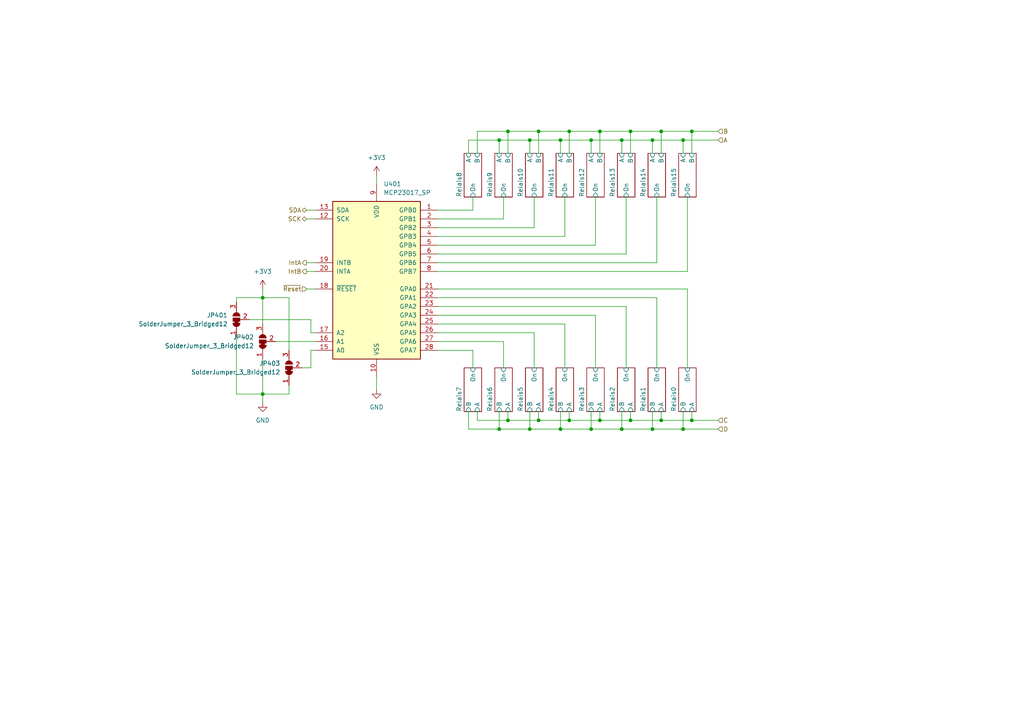
<source format=kicad_sch>
(kicad_sch (version 20211123) (generator eeschema)
  (paper "A4")
  (title_block (date "2022-03-14") (company "makerspace Bocholt"))
  (lib_symbols
    (symbol "Interface_Expansion:MCP23017_SP" (pin_names (offset 1.016))
      (property "Reference" "U" (at -11.43 24.13 0))
      (property "Value" "MCP23017_SP" (at 0 0 0))
      (symbol "MCP23017_SP_0_1"
        (rectangle (start -12.7 22.86) (end 12.7 -22.86) (stroke (width 0.254)) (fill (type background)))
      )
      (symbol "MCP23017_SP_1_1"
        (pin bidirectional line (at 17.78 20.32 180) (length 5.08) (name "GPB0") (number "1"))
        (pin power_in line (at 0 -27.94 90) (length 5.08) (name "VSS") (number "10"))
        (pin no_connect line (at -12.7 15.24 0) (length 5.08) hide (name "NC") (number "11"))
        (pin input line (at -17.78 17.78 0) (length 5.08) (name "SCK") (number "12"))
        (pin bidirectional line (at -17.78 20.32 0) (length 5.08) (name "SDA") (number "13"))
        (pin no_connect line (at -12.7 12.7 0) (length 5.08) hide (name "NC") (number "14"))
        (pin input line (at -17.78 -20.32 0) (length 5.08) (name "A0") (number "15"))
        (pin input line (at -17.78 -17.78 0) (length 5.08) (name "A1") (number "16"))
        (pin input line (at -17.78 -15.24 0) (length 5.08) (name "A2") (number "17"))
        (pin input line (at -17.78 -2.54 0) (length 5.08) (name "~{RESET}") (number "18"))
        (pin tri_state line (at -17.78 5.08 0) (length 5.08) (name "INTB") (number "19"))
        (pin bidirectional line (at 17.78 17.78 180) (length 5.08) (name "GPB1") (number "2"))
        (pin tri_state line (at -17.78 2.54 0) (length 5.08) (name "INTA") (number "20"))
        (pin bidirectional line (at 17.78 -2.54 180) (length 5.08) (name "GPA0") (number "21"))
        (pin bidirectional line (at 17.78 -5.08 180) (length 5.08) (name "GPA1") (number "22"))
        (pin bidirectional line (at 17.78 -7.62 180) (length 5.08) (name "GPA2") (number "23"))
        (pin bidirectional line (at 17.78 -10.16 180) (length 5.08) (name "GPA3") (number "24"))
        (pin bidirectional line (at 17.78 -12.7 180) (length 5.08) (name "GPA4") (number "25"))
        (pin bidirectional line (at 17.78 -15.24 180) (length 5.08) (name "GPA5") (number "26"))
        (pin bidirectional line (at 17.78 -17.78 180) (length 5.08) (name "GPA6") (number "27"))
        (pin bidirectional line (at 17.78 -20.32 180) (length 5.08) (name "GPA7") (number "28"))
        (pin bidirectional line (at 17.78 15.24 180) (length 5.08) (name "GPB2") (number "3"))
        (pin bidirectional line (at 17.78 12.7 180) (length 5.08) (name "GPB3") (number "4"))
        (pin bidirectional line (at 17.78 10.16 180) (length 5.08) (name "GPB4") (number "5"))
        (pin bidirectional line (at 17.78 7.62 180) (length 5.08) (name "GPB5") (number "6"))
        (pin bidirectional line (at 17.78 5.08 180) (length 5.08) (name "GPB6") (number "7"))
        (pin bidirectional line (at 17.78 2.54 180) (length 5.08) (name "GPB7") (number "8"))
        (pin power_in line (at 0 27.94 270) (length 5.08) (name "VDD") (number "9"))
      )
    )
    (symbol "Jumper:SolderJumper_3_Bridged12" (pin_names (offset 0) hide)
      (property "Reference" "JP" (at -2.54 -2.54 0))
      (property "Value" "SolderJumper_3_Bridged12" (at 0 2.794 0))
      (symbol "SolderJumper_3_Bridged12_0_1"
        (rectangle (start -1.016 0.508) (end -0.508 -0.508) (fill (type outline)))
        (arc (start -1.016 1.016) (mid -2.032 0) (end -1.016 -1.016))
        (arc (start -1.016 1.016) (mid -2.032 0) (end -1.016 -1.016) (fill (type outline)))
        (rectangle (start -0.508 1.016) (end 0.508 -1.016) (fill (type outline)))
        (polyline (pts (xy -2.54 0) (xy -2.032 0)))
        (polyline (pts (xy -1.016 1.016) (xy -1.016 -1.016)))
        (polyline (pts (xy 0 -1.27) (xy 0 -1.016)))
        (polyline (pts (xy 1.016 1.016) (xy 1.016 -1.016)))
        (polyline (pts (xy 2.54 0) (xy 2.032 0)))
        (arc (start 1.016 -1.016) (mid 2.032 0) (end 1.016 1.016))
        (arc (start 1.016 -1.016) (mid 2.032 0) (end 1.016 1.016) (fill (type outline)))
      )
      (symbol "SolderJumper_3_Bridged12_1_1"
        (pin passive line (at -5.08 0 0) (length 2.54) (name "A") (number "1"))
        (pin passive line (at 0 -3.81 90) (length 2.54) (name "C") (number "2"))
        (pin passive line (at 5.08 0 180) (length 2.54) (name "B") (number "3"))
      )
    )
    (symbol "power:+3.3V" (power) (pin_names (offset 0))
      (property "Value" "+3.3V" (at 0 3.556 0))
      (symbol "+3.3V_0_1"
        (polyline (pts (xy -0.762 1.27) (xy 0 2.54)))
        (polyline (pts (xy 0 0) (xy 0 2.54)))
        (polyline (pts (xy 0 2.54) (xy 0.762 1.27)))
      )
      (symbol "+3.3V_1_1"
        (pin power_in line (at 0 0 90) (length 0) hide (name "+3V3") (number "1"))
      )
    )
    (symbol "power:GND" (power) (pin_names (offset 0))
      (property "Value" "GND" (at 0 -3.81 0))
      (symbol "GND_0_1"
        (polyline (pts (xy 0 0) (xy 0 -1.27) (xy 1.27 -1.27) (xy 0 -2.54) (xy -1.27 -1.27) (xy 0 -1.27)))
      )
      (symbol "GND_1_1"
        (pin power_in line (at 0 0 270) (length 0) hide (name "GND") (number "1"))
      )
    )
  )
  (junction (at 162.56 40.64))
  (junction (at 200.66 38.1))
  (junction (at 165.1 38.1))
  (junction (at 147.32 38.1))
  (junction (at 191.77 121.92))
  (junction (at 76.2 114.3))
  (junction (at 189.23 124.46))
  (junction (at 156.21 38.1))
  (junction (at 198.12 124.46))
  (junction (at 171.45 40.64))
  (junction (at 144.78 124.46))
  (junction (at 198.12 40.64))
  (junction (at 162.56 124.46))
  (junction (at 182.88 121.92))
  (junction (at 165.1 121.92))
  (junction (at 76.2 86.36))
  (junction (at 156.21 121.92))
  (junction (at 189.23 40.64))
  (junction (at 153.67 124.46))
  (junction (at 191.77 38.1))
  (junction (at 200.66 121.92))
  (junction (at 147.32 121.92))
  (junction (at 173.99 38.1))
  (junction (at 171.45 124.46))
  (junction (at 173.99 121.92))
  (junction (at 153.67 40.64))
  (junction (at 182.88 38.1))
  (junction (at 144.78 40.64))
  (junction (at 180.34 40.64))
  (junction (at 180.34 124.46))
  (wire (pts (xy 200.66 38.1) (xy 191.77 38.1)))
  (wire (pts (xy 127 96.52) (xy 154.94 96.52)))
  (wire (pts (xy 127 88.9) (xy 181.61 88.9)))
  (wire (pts (xy 172.72 91.44) (xy 172.72 106.68)))
  (wire (pts (xy 198.12 124.46) (xy 189.23 124.46)))
  (wire (pts (xy 147.32 119.38) (xy 147.32 121.92)))
  (wire (pts (xy 163.83 93.98) (xy 127 93.98)))
  (wire (pts (xy 156.21 38.1) (xy 147.32 38.1)))
  (wire (pts (xy 198.12 40.64) (xy 198.12 44.45)))
  (wire (pts (xy 180.34 124.46) (xy 171.45 124.46)))
  (wire (pts (xy 68.58 86.36) (xy 68.58 87.63)))
  (wire (pts (xy 127 66.04) (xy 154.94 66.04)))
  (wire (pts (xy 147.32 121.92) (xy 156.21 121.92)))
  (wire (pts (xy 180.34 119.38) (xy 180.34 124.46)))
  (wire (pts (xy 156.21 38.1) (xy 156.21 44.45)))
  (wire (pts (xy 182.88 38.1) (xy 182.88 44.45)))
  (wire (pts (xy 88.9 83.82) (xy 91.44 83.82)))
  (wire (pts (xy 80.01 99.06) (xy 91.44 99.06)))
  (wire (pts (xy 127 101.6) (xy 137.16 101.6)))
  (wire (pts (xy 163.83 68.58) (xy 163.83 57.15)))
  (wire (pts (xy 76.2 104.14) (xy 76.2 114.3)))
  (wire (pts (xy 173.99 38.1) (xy 165.1 38.1)))
  (wire (pts (xy 162.56 119.38) (xy 162.56 124.46)))
  (wire (pts (xy 182.88 121.92) (xy 191.77 121.92)))
  (wire (pts (xy 180.34 40.64) (xy 180.34 44.45)))
  (wire (pts (xy 191.77 119.38) (xy 191.77 121.92)))
  (wire (pts (xy 146.05 57.15) (xy 146.05 63.5)))
  (wire (pts (xy 76.2 114.3) (xy 83.82 114.3)))
  (wire (pts (xy 146.05 99.06) (xy 127 99.06)))
  (wire (pts (xy 171.45 40.64) (xy 171.45 44.45)))
  (wire (pts (xy 137.16 101.6) (xy 137.16 106.68)))
  (wire (pts (xy 144.78 40.64) (xy 144.78 44.45)))
  (wire (pts (xy 171.45 40.64) (xy 180.34 40.64)))
  (wire (pts (xy 135.89 40.64) (xy 144.78 40.64)))
  (wire (pts (xy 153.67 124.46) (xy 144.78 124.46)))
  (wire (pts (xy 68.58 114.3) (xy 76.2 114.3)))
  (wire (pts (xy 127 60.96) (xy 137.16 60.96)))
  (wire (pts (xy 90.17 106.68) (xy 90.17 101.6)))
  (wire (pts (xy 198.12 119.38) (xy 198.12 124.46)))
  (wire (pts (xy 135.89 44.45) (xy 135.89 40.64)))
  (wire (pts (xy 144.78 119.38) (xy 144.78 124.46)))
  (wire (pts (xy 138.43 121.92) (xy 147.32 121.92)))
  (wire (pts (xy 153.67 40.64) (xy 162.56 40.64)))
  (wire (pts (xy 109.22 109.22) (xy 109.22 113.03)))
  (wire (pts (xy 199.39 78.74) (xy 199.39 57.15)))
  (wire (pts (xy 76.2 114.3) (xy 76.2 116.84)))
  (wire (pts (xy 88.9 63.5) (xy 91.44 63.5)))
  (wire (pts (xy 182.88 119.38) (xy 182.88 121.92)))
  (wire (pts (xy 190.5 86.36) (xy 190.5 106.68)))
  (wire (pts (xy 200.66 44.45) (xy 200.66 38.1)))
  (wire (pts (xy 200.66 38.1) (xy 208.28 38.1)))
  (wire (pts (xy 156.21 121.92) (xy 165.1 121.92)))
  (wire (pts (xy 198.12 40.64) (xy 208.28 40.64)))
  (wire (pts (xy 163.83 106.68) (xy 163.83 93.98)))
  (wire (pts (xy 127 78.74) (xy 199.39 78.74)))
  (wire (pts (xy 87.63 106.68) (xy 90.17 106.68)))
  (wire (pts (xy 189.23 40.64) (xy 189.23 44.45)))
  (wire (pts (xy 88.9 76.2) (xy 91.44 76.2)))
  (wire (pts (xy 147.32 38.1) (xy 147.32 44.45)))
  (wire (pts (xy 83.82 86.36) (xy 83.82 101.6)))
  (wire (pts (xy 198.12 124.46) (xy 208.28 124.46)))
  (wire (pts (xy 68.58 97.79) (xy 68.58 114.3)))
  (wire (pts (xy 165.1 38.1) (xy 156.21 38.1)))
  (wire (pts (xy 127 83.82) (xy 199.39 83.82)))
  (wire (pts (xy 127 71.12) (xy 172.72 71.12)))
  (wire (pts (xy 88.9 78.74) (xy 91.44 78.74)))
  (wire (pts (xy 127 63.5) (xy 146.05 63.5)))
  (wire (pts (xy 165.1 38.1) (xy 165.1 44.45)))
  (wire (pts (xy 88.9 60.96) (xy 91.44 60.96)))
  (wire (pts (xy 191.77 38.1) (xy 191.77 44.45)))
  (wire (pts (xy 90.17 92.71) (xy 90.17 96.52)))
  (wire (pts (xy 200.66 121.92) (xy 208.28 121.92)))
  (wire (pts (xy 162.56 40.64) (xy 162.56 44.45)))
  (wire (pts (xy 147.32 38.1) (xy 138.43 38.1)))
  (wire (pts (xy 153.67 40.64) (xy 153.67 44.45)))
  (wire (pts (xy 153.67 119.38) (xy 153.67 124.46)))
  (wire (pts (xy 127 73.66) (xy 181.61 73.66)))
  (wire (pts (xy 127 91.44) (xy 172.72 91.44)))
  (wire (pts (xy 144.78 40.64) (xy 153.67 40.64)))
  (wire (pts (xy 181.61 73.66) (xy 181.61 57.15)))
  (wire (pts (xy 90.17 101.6) (xy 91.44 101.6)))
  (wire (pts (xy 127 76.2) (xy 190.5 76.2)))
  (wire (pts (xy 76.2 86.36) (xy 68.58 86.36)))
  (wire (pts (xy 109.22 50.8) (xy 109.22 53.34)))
  (wire (pts (xy 83.82 111.76) (xy 83.82 114.3)))
  (wire (pts (xy 191.77 121.92) (xy 200.66 121.92)))
  (wire (pts (xy 189.23 40.64) (xy 198.12 40.64)))
  (wire (pts (xy 171.45 119.38) (xy 171.45 124.46)))
  (wire (pts (xy 190.5 76.2) (xy 190.5 57.15)))
  (wire (pts (xy 162.56 40.64) (xy 171.45 40.64)))
  (wire (pts (xy 199.39 106.68) (xy 199.39 83.82)))
  (wire (pts (xy 156.21 119.38) (xy 156.21 121.92)))
  (wire (pts (xy 138.43 119.38) (xy 138.43 121.92)))
  (wire (pts (xy 165.1 119.38) (xy 165.1 121.92)))
  (wire (pts (xy 182.88 38.1) (xy 173.99 38.1)))
  (wire (pts (xy 181.61 106.68) (xy 181.61 88.9)))
  (wire (pts (xy 138.43 38.1) (xy 138.43 44.45)))
  (wire (pts (xy 135.89 119.38) (xy 135.89 124.46)))
  (wire (pts (xy 137.16 60.96) (xy 137.16 57.15)))
  (wire (pts (xy 165.1 121.92) (xy 173.99 121.92)))
  (wire (pts (xy 154.94 66.04) (xy 154.94 57.15)))
  (wire (pts (xy 76.2 83.82) (xy 76.2 86.36)))
  (wire (pts (xy 171.45 124.46) (xy 162.56 124.46)))
  (wire (pts (xy 173.99 119.38) (xy 173.99 121.92)))
  (wire (pts (xy 162.56 124.46) (xy 153.67 124.46)))
  (wire (pts (xy 127 86.36) (xy 190.5 86.36)))
  (wire (pts (xy 173.99 121.92) (xy 182.88 121.92)))
  (wire (pts (xy 72.39 92.71) (xy 90.17 92.71)))
  (wire (pts (xy 83.82 86.36) (xy 76.2 86.36)))
  (wire (pts (xy 154.94 96.52) (xy 154.94 106.68)))
  (wire (pts (xy 127 68.58) (xy 163.83 68.58)))
  (wire (pts (xy 146.05 106.68) (xy 146.05 99.06)))
  (wire (pts (xy 173.99 38.1) (xy 173.99 44.45)))
  (wire (pts (xy 172.72 71.12) (xy 172.72 57.15)))
  (wire (pts (xy 189.23 124.46) (xy 180.34 124.46)))
  (wire (pts (xy 76.2 86.36) (xy 76.2 93.98)))
  (wire (pts (xy 144.78 124.46) (xy 135.89 124.46)))
  (wire (pts (xy 180.34 40.64) (xy 189.23 40.64)))
  (wire (pts (xy 189.23 119.38) (xy 189.23 124.46)))
  (wire (pts (xy 90.17 96.52) (xy 91.44 96.52)))
  (wire (pts (xy 191.77 38.1) (xy 182.88 38.1)))
  (wire (pts (xy 200.66 121.92) (xy 200.66 119.38)))
  (hierarchical_label "B" (shape input) (at 208.28 38.1 0))
  (hierarchical_label "~{Reset}" (shape input) (at 88.9 83.82 180))
  (hierarchical_label "A" (shape input) (at 208.28 40.64 0))
  (hierarchical_label "C" (shape input) (at 208.28 121.92 0))
  (hierarchical_label "D" (shape input) (at 208.28 124.46 0))
  (hierarchical_label "IntA" (shape output) (at 88.9 76.2 180))
  (hierarchical_label "SDA" (shape bidirectional) (at 88.9 60.96 180))
  (hierarchical_label "SCK" (shape bidirectional) (at 88.9 63.5 180))
  (hierarchical_label "IntB" (shape output) (at 88.9 78.74 180))
  (symbol (lib_id "power:+3.3V") (at 109.22 50.8 0) (unit 1)
    (property "Reference" "#PWR0403" (effects hide))
    (property "Value" "+3.3V" (at 109.22 45.72 0))
  )
  (symbol (lib_id "power:GND") (at 76.2 116.84 0) (unit 1)
    (property "Reference" "#PWR0402" (effects hide))
    (property "Value" "GND" (at 76.2 121.92 0))
  )
  (symbol (lib_id "power:+3.3V") (at 76.2 83.82 0) (unit 1)
    (property "Reference" "#PWR0401" (effects hide))
    (property "Value" "+3.3V" (at 76.2 78.74 0))
  )
  (symbol (lib_id "Interface_Expansion:MCP23017_SP") (at 109.22 81.28 0) (unit 1)
    (property "Reference" "U401" (at 111.2394 53.34 0) (effects (justify left)))
    (property "Value" "MCP23017_SP" (at 111.2394 55.88 0) (effects (justify left)))
    (property "Footprint" "Package_DIP:DIP-28_W7.62mm" (effects hide))
    (property "Datasheet" "http://ww1.microchip.com/downloads/en/DeviceDoc/20001952C.pdf" (effects hide))
  )
  (symbol (lib_id "power:GND") (at 109.22 113.03 0) (unit 1)
    (property "Reference" "#PWR0404" (effects hide))
    (property "Value" "GND" (at 109.22 118.11 0))
  )
  (symbol (lib_id "Jumper:SolderJumper_3_Bridged12") (at 76.2 99.06 90) (unit 1)
    (property "Reference" "JP402" (at 73.66 97.7899 90) (effects (justify left)))
    (property "Value" "SolderJumper_3_Bridged12" (at 73.66 100.3299 90) (effects (justify left)))
    (property "Footprint" "Jumper:SolderJumper-3_P1.3mm_Bridged2Bar12_RoundedPad1.0x1.5mm" (effects hide))
  )
  (symbol (lib_id "Jumper:SolderJumper_3_Bridged12") (at 68.58 92.71 90) (unit 1)
    (property "Reference" "JP401" (at 66.04 91.4399 90) (effects (justify left)))
    (property "Value" "SolderJumper_3_Bridged12" (at 66.04 93.9799 90) (effects (justify left)))
    (property "Footprint" "Jumper:SolderJumper-3_P1.3mm_Bridged2Bar12_RoundedPad1.0x1.5mm" (effects hide))
  )
  (symbol (lib_id "Jumper:SolderJumper_3_Bridged12") (at 83.82 106.68 90) (unit 1)
    (property "Reference" "JP403" (at 81.28 105.4099 90) (effects (justify left)))
    (property "Value" "SolderJumper_3_Bridged12" (at 81.28 107.9499 90) (effects (justify left)))
    (property "Footprint" "Jumper:SolderJumper-3_P1.3mm_Bridged2Bar12_RoundedPad1.0x1.5mm" (effects hide))
  )
  (sheet (at 134.62 106.68) (size 5.08 12.7) (stroke (width 0.1524))
    (property "Sheet name" "Relais7" (at 133.9084 119.38 90) (effects (justify left bottom)))
    (property "Sheet file" "Relais.kicad_sch" (effects hide))
    (pin "B" input (at 135.89 119.38 270))
    (pin "A" input (at 138.43 119.38 270))
    (pin "On" input (at 137.16 106.68 90))
  )
  (sheet (at 187.96 44.45) (size 5.08 12.7) (stroke (width 0.1524))
    (property "Sheet name" "Relais14" (at 187.2484 57.15 90) (effects (justify left bottom)))
    (property "Sheet file" "Relais.kicad_sch" (effects hide))
    (pin "B" input (at 191.77 44.45 90))
    (pin "A" input (at 189.23 44.45 90))
    (pin "On" input (at 190.5 57.15 270))
  )
  (sheet (at 143.51 106.68) (size 5.08 12.7) (stroke (width 0.1524))
    (property "Sheet name" "Relais6" (at 142.7984 119.38 90) (effects (justify left bottom)))
    (property "Sheet file" "Relais.kicad_sch" (effects hide))
    (pin "B" input (at 144.78 119.38 270))
    (pin "A" input (at 147.32 119.38 270))
    (pin "On" input (at 146.05 106.68 90))
  )
  (sheet (at 196.85 44.45) (size 5.08 12.7) (stroke (width 0.1524))
    (property "Sheet name" "Relais15" (at 196.1384 57.15 90) (effects (justify left bottom)))
    (property "Sheet file" "Relais.kicad_sch" (effects hide))
    (pin "B" input (at 200.66 44.45 90))
    (pin "A" input (at 198.12 44.45 90))
    (pin "On" input (at 199.39 57.15 270))
  )
  (sheet (at 179.07 106.68) (size 5.08 12.7) (stroke (width 0.1524))
    (property "Sheet name" "Relais2" (at 178.3584 119.38 90) (effects (justify left bottom)))
    (property "Sheet file" "Relais.kicad_sch" (effects hide))
    (pin "B" input (at 180.34 119.38 270))
    (pin "A" input (at 182.88 119.38 270))
    (pin "On" input (at 181.61 106.68 90))
  )
  (sheet (at 161.29 106.68) (size 5.08 12.7) (stroke (width 0.1524))
    (property "Sheet name" "Relais4" (at 160.5784 119.38 90) (effects (justify left bottom)))
    (property "Sheet file" "Relais.kicad_sch" (effects hide))
    (pin "B" input (at 162.56 119.38 270))
    (pin "A" input (at 165.1 119.38 270))
    (pin "On" input (at 163.83 106.68 90))
  )
  (sheet (at 143.51 44.45) (size 5.08 12.7) (stroke (width 0.1524))
    (property "Sheet name" "Relais9" (at 142.7984 57.15 90) (effects (justify left bottom)))
    (property "Sheet file" "Relais.kicad_sch" (effects hide))
    (pin "B" input (at 147.32 44.45 90))
    (pin "A" input (at 144.78 44.45 90))
    (pin "On" input (at 146.05 57.15 270))
  )
  (sheet (at 134.62 44.45) (size 5.08 12.7) (stroke (width 0.1524))
    (property "Sheet name" "Relais8" (at 133.9084 57.15 90) (effects (justify left bottom)))
    (property "Sheet file" "Relais.kicad_sch" (effects hide))
    (pin "B" input (at 138.43 44.45 90))
    (pin "A" input (at 135.89 44.45 90))
    (pin "On" input (at 137.16 57.15 270))
  )
  (sheet (at 187.96 106.68) (size 5.08 12.7) (stroke (width 0.1524))
    (property "Sheet name" "Relais1" (at 187.2484 119.38 90) (effects (justify left bottom)))
    (property "Sheet file" "Relais.kicad_sch" (effects hide))
    (pin "B" input (at 189.23 119.38 270))
    (pin "A" input (at 191.77 119.38 270))
    (pin "On" input (at 190.5 106.68 90))
  )
  (sheet (at 170.18 44.45) (size 5.08 12.7) (stroke (width 0.1524))
    (property "Sheet name" "Relais12" (at 169.4684 57.15 90) (effects (justify left bottom)))
    (property "Sheet file" "Relais.kicad_sch" (effects hide))
    (pin "B" input (at 173.99 44.45 90))
    (pin "A" input (at 171.45 44.45 90))
    (pin "On" input (at 172.72 57.15 270))
  )
  (sheet (at 170.18 106.68) (size 5.08 12.7) (stroke (width 0.1524))
    (property "Sheet name" "Relais3" (at 169.4684 119.38 90) (effects (justify left bottom)))
    (property "Sheet file" "Relais.kicad_sch" (effects hide))
    (pin "B" input (at 171.45 119.38 270))
    (pin "A" input (at 173.99 119.38 270))
    (pin "On" input (at 172.72 106.68 90))
  )
  (sheet (at 161.29 44.45) (size 5.08 12.7) (stroke (width 0.1524))
    (property "Sheet name" "Relais11" (at 160.5784 57.15 90) (effects (justify left bottom)))
    (property "Sheet file" "Relais.kicad_sch" (effects hide))
    (pin "B" input (at 165.1 44.45 90))
    (pin "A" input (at 162.56 44.45 90))
    (pin "On" input (at 163.83 57.15 270))
  )
  (sheet (at 179.07 44.45) (size 5.08 12.7) (stroke (width 0.1524))
    (property "Sheet name" "Relais13" (at 178.3584 57.15 90) (effects (justify left bottom)))
    (property "Sheet file" "Relais.kicad_sch" (effects hide))
    (pin "B" input (at 182.88 44.45 90))
    (pin "A" input (at 180.34 44.45 90))
    (pin "On" input (at 181.61 57.15 270))
  )
  (sheet (at 152.4 106.68) (size 5.08 12.7) (stroke (width 0.1524))
    (property "Sheet name" "Relais5" (at 151.6884 119.38 90) (effects (justify left bottom)))
    (property "Sheet file" "Relais.kicad_sch" (effects hide))
    (pin "B" input (at 153.67 119.38 270))
    (pin "A" input (at 156.21 119.38 270))
    (pin "On" input (at 154.94 106.68 90))
  )
  (sheet (at 196.85 106.68) (size 5.08 12.7) (stroke (width 0.1524))
    (property "Sheet name" "Relais0" (at 196.1384 119.38 90) (effects (justify left bottom)))
    (property "Sheet file" "Relais.kicad_sch" (effects hide))
    (pin "B" input (at 198.12 119.38 270))
    (pin "A" input (at 200.66 119.38 270))
    (pin "On" input (at 199.39 106.68 90))
  )
  (sheet (at 152.4 44.45) (size 5.08 12.7) (stroke (width 0.1524))
    (property "Sheet name" "Relais10" (at 151.6884 57.15 90) (effects (justify left bottom)))
    (property "Sheet file" "Relais.kicad_sch" (effects hide))
    (pin "B" input (at 156.21 44.45 90))
    (pin "A" input (at 153.67 44.45 90))
    (pin "On" input (at 154.94 57.15 270))
  )
)
</source>
